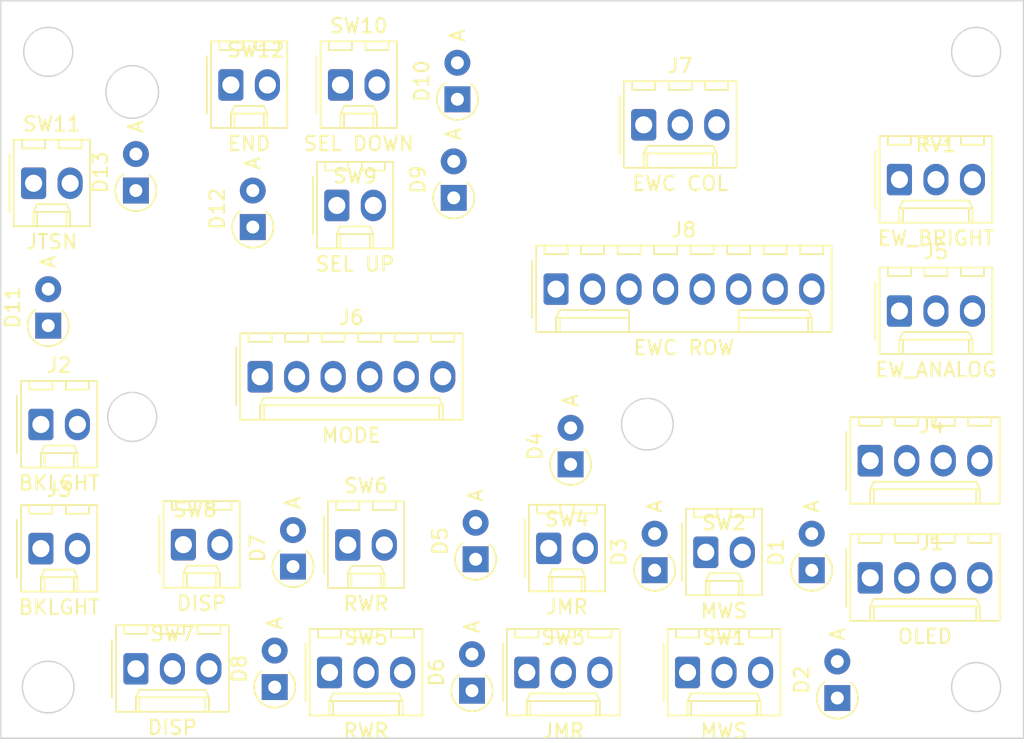
<source format=kicad_pcb>
(kicad_pcb (version 20221018) (generator pcbnew)
  (layers (0 "F.Cu" signal) (31 "B.Cu" signal) (34 "B.Paste" user) (35 "F.Paste" user) (36 "B.SilkS" user "B.Silkscreen") (37 "F.SilkS" user "F.Silkscreen") (38 "B.Mask" user) (39 "F.Mask" user) (44 "Edge.Cuts" user))
  (net 0 "")
  (net 1 "Net-(D1-K)")
  (net 2 "/COL5")
  (net 3 "Net-(D2-K)")
  (net 4 "Net-(D3-K)")
  (net 5 "Net-(D4-K)")
  (net 6 "Net-(D5-K)")
  (net 7 "Net-(D6-K)")
  (net 8 "/COL6")
  (net 9 "Net-(D7-K)")
  (net 10 "Net-(D8-K)")
  (net 11 "Net-(D9-K)")
  (net 12 "Net-(D10-K)")
  (net 13 "Net-(D11-K)")
  (net 14 "/COL7")
  (net 15 "Net-(D12-K)")
  (net 16 "Net-(D13-K)")
  (net 17 "/ANALOG_5V")
  (net 18 "/EW_BRIGHT")
  (net 19 "/ANALOG_GND")
  (net 20 "/ROW0")
  (net 21 "/ROW1")
  (net 22 "/ROW2")
  (net 23 "/ROW3")
  (net 24 "/ROW4")
  (net 25 "/ROW5")
  (net 26 "/ROW6")
  (net 27 "/ROW7")
  (net 28 "Net-(J1-Pin_1)")
  (net 29 "Net-(J1-Pin_2)")
  (net 30 "Net-(J1-Pin_3)")
  (net 31 "Net-(J1-Pin_4)")
  (net 32 "Net-(J2-Pin_1)")
  (net 33 "Net-(J2-Pin_2)")
  (footprint "Connector_Molex:Molex_KK-254_AE-6410-02A_1x02_P2.54mm_Vertical" (layer "F.Cu") (at 98.552 82.824)
    (fp_text reference "J2" (at 1.27 -4.12) (layer "F.SilkS"))
    (fp_text value "BKLGHT" (at 1.27 4.08) (layer "F.SilkS"))
    (pad "1" thru_hole roundrect (at 0 0) (size 1.74 2.19) (drill 1.19) (layers "*.Cu" "*.Mask") (roundrect_rratio 0.143678) (net 32 "Net-(J2-Pin_1)"))
    (pad "2" thru_hole oval (at 2.54 0) (size 1.74 2.19) (drill 1.19) (layers "*.Cu" "*.Mask") (net 33 "Net-(J2-Pin_2)"))
  )
  (footprint "Connector_Molex:Molex_KK-254_AE-6410-03A_1x03_P2.54mm_Vertical" (layer "F.Cu") (at 105.156 99.822)
    (fp_text reference "SW7" (at 2.54 -2.43) (layer "F.SilkS"))
    (fp_text value "DISP" (at 2.54 4.08) (layer "F.SilkS"))
    (pad "1" thru_hole roundrect (at 0 0) (size 1.74 2.19) (drill 1.19) (layers "*.Cu" "*.Mask") (roundrect_rratio 0.143678) (net 25 "/ROW5"))
    (pad "2" thru_hole oval (at 2.54 0) (size 1.74 2.19) (drill 1.19) (layers "*.Cu" "*.Mask") (net 10 "Net-(D8-K)"))
    (pad "3" thru_hole oval (at 5.08 0) (size 1.74 2.19) (drill 1.19) (layers "*.Cu" "*.Mask") (net 26 "/ROW6"))
  )
  (footprint "Diode_THT:D_A-405_P2.54mm_Vertical_AnodeUp" (layer "F.Cu") (at 99.06 75.946 90)
    (fp_text reference "D11" (at 1.27 -2.47 90) (layer "F.SilkS"))
    (fp_text value "D")
    (fp_text user "A" (at 4.44 0 90) (layer "F.SilkS"))
    (pad "1" thru_hole rect (at 0 0 90) (size 1.8 1.8) (drill 0.9) (layers "*.Cu" "*.Mask") (net 13 "Net-(D11-K)"))
    (pad "2" thru_hole oval (at 2.54 0 90) (size 1.8 1.8) (drill 0.9) (layers "*.Cu" "*.Mask") (net 8 "/COL6"))
  )
  (footprint "Connector_Molex:Molex_KK-254_AE-6410-03A_1x03_P2.54mm_Vertical" (layer "F.Cu") (at 158.242 65.786)
    (fp_text reference "RV1" (at 2.54 -2.43) (layer "F.SilkS"))
    (fp_text value "EW_BRIGHT" (at 2.54 4.08) (layer "F.SilkS"))
    (pad "1" thru_hole roundrect (at 0 0) (size 1.74 2.19) (drill 1.19) (layers "*.Cu" "*.Mask") (roundrect_rratio 0.143678) (net 17 "/ANALOG_5V"))
    (pad "2" thru_hole oval (at 2.54 0) (size 1.74 2.19) (drill 1.19) (layers "*.Cu" "*.Mask") (net 18 "/EW_BRIGHT"))
    (pad "3" thru_hole oval (at 5.08 0) (size 1.74 2.19) (drill 1.19) (layers "*.Cu" "*.Mask") (net 19 "/ANALOG_GND"))
  )
  (footprint "Diode_THT:D_A-405_P2.54mm_Vertical_AnodeUp" (layer "F.Cu") (at 116.078 92.71 90)
    (fp_text reference "D7" (at 1.27 -2.47 90) (layer "F.SilkS"))
    (fp_text value "D")
    (fp_text user "A" (at 4.44 0 90) (layer "F.SilkS"))
    (pad "1" thru_hole rect (at 0 0 90) (size 1.8 1.8) (drill 0.9) (layers "*.Cu" "*.Mask") (net 9 "Net-(D7-K)"))
    (pad "2" thru_hole oval (at 2.54 0 90) (size 1.8 1.8) (drill 0.9) (layers "*.Cu" "*.Mask") (net 8 "/COL6"))
  )
  (footprint "Connector_Molex:Molex_KK-254_AE-6410-03A_1x03_P2.54mm_Vertical" (layer "F.Cu") (at 158.242 74.93)
    (fp_text reference "J5" (at 2.54 -4.12) (layer "F.SilkS"))
    (fp_text value "EW_ANALOG" (at 2.54 4.08) (layer "F.SilkS"))
    (pad "1" thru_hole roundrect (at 0 0) (size 1.74 2.19) (drill 1.19) (layers "*.Cu" "*.Mask") (roundrect_rratio 0.143678) (net 17 "/ANALOG_5V"))
    (pad "2" thru_hole oval (at 2.54 0) (size 1.74 2.19) (drill 1.19) (layers "*.Cu" "*.Mask") (net 18 "/EW_BRIGHT"))
    (pad "3" thru_hole oval (at 5.08 0) (size 1.74 2.19) (drill 1.19) (layers "*.Cu" "*.Mask") (net 19 "/ANALOG_GND"))
  )
  (footprint "Connector_Molex:Molex_KK-254_AE-6410-02A_1x02_P2.54mm_Vertical" (layer "F.Cu") (at 119.126 67.584)
    (fp_text reference "SW9" (at 1.27 -2.052) (layer "F.SilkS"))
    (fp_text value "SEL UP" (at 1.27 4.08) (layer "F.SilkS"))
    (pad "1" thru_hole roundrect (at 0 0) (size 1.74 2.19) (drill 1.19) (layers "*.Cu" "*.Mask") (roundrect_rratio 0.143678) (net 11 "Net-(D9-K)"))
    (pad "2" thru_hole oval (at 2.54 0) (size 1.74 2.19) (drill 1.19) (layers "*.Cu" "*.Mask") (net 25 "/ROW5"))
  )
  (footprint "Diode_THT:D_A-405_P2.54mm_Vertical_AnodeUp" (layer "F.Cu") (at 127.254 67.056 90)
    (fp_text reference "D9" (at 1.27 -2.47 90) (layer "F.SilkS"))
    (fp_text value "D")
    (fp_text user "A" (at 4.44 0 90) (layer "F.SilkS"))
    (pad "1" thru_hole rect (at 0 0 90) (size 1.8 1.8) (drill 0.9) (layers "*.Cu" "*.Mask") (net 11 "Net-(D9-K)"))
    (pad "2" thru_hole oval (at 2.54 0 90) (size 1.8 1.8) (drill 0.9) (layers "*.Cu" "*.Mask") (net 14 "/COL7"))
  )
  (footprint "Diode_THT:D_A-405_P2.54mm_Vertical_AnodeUp" (layer "F.Cu") (at 135.382 85.598 90)
    (fp_text reference "D4" (at 1.27 -2.47 90) (layer "F.SilkS"))
    (fp_text value "D")
    (fp_text user "A" (at 4.44 0 90) (layer "F.SilkS"))
    (pad "1" thru_hole rect (at 0 0 90) (size 1.8 1.8) (drill 0.9) (layers "*.Cu" "*.Mask") (net 5 "Net-(D4-K)"))
    (pad "2" thru_hole oval (at 2.54 0 90) (size 1.8 1.8) (drill 0.9) (layers "*.Cu" "*.Mask") (net 8 "/COL6"))
  )
  (footprint "Connector_Molex:Molex_KK-254_AE-6410-04A_1x04_P2.54mm_Vertical" (layer "F.Cu") (at 156.21 93.492)
    (fp_text reference "J1" (at 4.28 -2.43) (layer "F.SilkS"))
    (fp_text value "OLED" (at 3.81 4.08) (layer "F.SilkS"))
    (pad "1" thru_hole roundrect (at 0 0) (size 1.74 2.19) (drill 1.19) (layers "*.Cu" "*.Mask") (roundrect_rratio 0.143678) (net 28 "Net-(J1-Pin_1)"))
    (pad "2" thru_hole oval (at 2.54 0) (size 1.74 2.19) (drill 1.19) (layers "*.Cu" "*.Mask") (net 29 "Net-(J1-Pin_2)"))
    (pad "3" thru_hole oval (at 5.08 0) (size 1.74 2.19) (drill 1.19) (layers "*.Cu" "*.Mask") (net 30 "Net-(J1-Pin_3)"))
    (pad "4" thru_hole oval (at 7.62 0) (size 1.74 2.19) (drill 1.19) (layers "*.Cu" "*.Mask") (net 31 "Net-(J1-Pin_4)"))
  )
  (footprint "Connector_Molex:Molex_KK-254_AE-6410-02A_1x02_P2.54mm_Vertical" (layer "F.Cu") (at 108.458 91.186)
    (fp_text reference "SW8" (at 0.8 -2.43) (layer "F.SilkS"))
    (fp_text value "DISP" (at 1.27 4.08) (layer "F.SilkS"))
    (pad "1" thru_hole roundrect (at 0 0) (size 1.74 2.19) (drill 1.19) (layers "*.Cu" "*.Mask") (roundrect_rratio 0.143678) (net 9 "Net-(D7-K)"))
    (pad "2" thru_hole oval (at 2.54 0) (size 1.74 2.19) (drill 1.19) (layers "*.Cu" "*.Mask") (net 24 "/ROW4"))
  )
  (footprint "Diode_THT:D_A-405_P2.54mm_Vertical_AnodeUp" (layer "F.Cu") (at 128.778 92.202 90)
    (fp_text reference "D5" (at 1.27 -2.47 90) (layer "F.SilkS"))
    (fp_text value "D")
    (fp_text user "A" (at 4.44 0 90) (layer "F.SilkS"))
    (pad "1" thru_hole rect (at 0 0 90) (size 1.8 1.8) (drill 0.9) (layers "*.Cu" "*.Mask") (net 6 "Net-(D5-K)"))
    (pad "2" thru_hole oval (at 2.54 0 90) (size 1.8 1.8) (drill 0.9) (layers "*.Cu" "*.Mask") (net 2 "/COL5"))
  )
  (footprint "Connector_Molex:Molex_KK-254_AE-6410-02A_1x02_P2.54mm_Vertical" (layer "F.Cu") (at 119.38 59.202)
    (fp_text reference "SW10" (at 1.27 -4.12) (layer "F.SilkS"))
    (fp_text value "SEL DOWN" (at 1.27 4.08) (layer "F.SilkS"))
    (pad "1" thru_hole roundrect (at 0 0) (size 1.74 2.19) (drill 1.19) (layers "*.Cu" "*.Mask") (roundrect_rratio 0.143678) (net 12 "Net-(D10-K)"))
    (pad "2" thru_hole oval (at 2.54 0) (size 1.74 2.19) (drill 1.19) (layers "*.Cu" "*.Mask") (net 27 "/ROW7"))
  )
  (footprint "Diode_THT:D_A-405_P2.54mm_Vertical_AnodeUp" (layer "F.Cu") (at 105.156 66.548 90)
    (fp_text reference "D13" (at 1.27 -2.47 90) (layer "F.SilkS"))
    (fp_text value "D")
    (fp_text user "A" (at 4.44 0 90) (layer "F.SilkS"))
    (pad "1" thru_hole rect (at 0 0 90) (size 1.8 1.8) (drill 0.9) (layers "*.Cu" "*.Mask") (net 16 "Net-(D13-K)"))
    (pad "2" thru_hole oval (at 2.54 0 90) (size 1.8 1.8) (drill 0.9) (layers "*.Cu" "*.Mask") (net 14 "/COL7"))
  )
  (footprint "Connector_Molex:Molex_KK-254_AE-6410-06A_1x06_P2.54mm_Vertical" (layer "F.Cu") (at 113.792 79.502)
    (fp_text reference "J6" (at 6.35 -4.12) (layer "F.SilkS"))
    (fp_text value "MODE" (at 6.35 4.08) (layer "F.SilkS"))
    (pad "1" thru_hole roundrect (at 0 0) (size 1.74 2.19) (drill 1.19) (layers "*.Cu" "*.Mask") (roundrect_rratio 0.143678) (net 16 "Net-(D13-K)"))
    (pad "2" thru_hole oval (at 2.54 0) (size 1.74 2.19) (drill 1.19) (layers "*.Cu" "*.Mask") (net 20 "/ROW0"))
    (pad "3" thru_hole oval (at 5.08 0) (size 1.74 2.19) (drill 1.19) (layers "*.Cu" "*.Mask") (net 21 "/ROW1"))
    (pad "4" thru_hole oval (at 7.62 0) (size 1.74 2.19) (drill 1.19) (layers "*.Cu" "*.Mask") (net 22 "/ROW2"))
    (pad "5" thru_hole oval (at 10.16 0) (size 1.74 2.19) (drill 1.19) (layers "*.Cu" "*.Mask") (net 23 "/ROW3"))
    (pad "6" thru_hole oval (at 12.7 0) (size 1.74 2.19) (drill 1.19) (layers "*.Cu" "*.Mask") (net 24 "/ROW4"))
  )
  (footprint "Diode_THT:D_A-405_P2.54mm_Vertical_AnodeUp" (layer "F.Cu") (at 114.808 101.092 90)
    (fp_text reference "D8" (at 1.27 -2.47 90) (layer "F.SilkS"))
    (fp_text value "D")
    (fp_text user "A" (at 4.44 0 90) (layer "F.SilkS"))
    (pad "1" thru_hole rect (at 0 0 90) (size 1.8 1.8) (drill 0.9) (layers "*.Cu" "*.Mask") (net 10 "Net-(D8-K)"))
    (pad "2" thru_hole oval (at 2.54 0 90) (size 1.8 1.8) (drill 0.9) (layers "*.Cu" "*.Mask") (net 8 "/COL6"))
  )
  (footprint "Connector_Molex:Molex_KK-254_AE-6410-02A_1x02_P2.54mm_Vertical" (layer "F.Cu") (at 111.76 59.202)
    (fp_text reference "SW12" (at 1.74 -2.43) (layer "F.SilkS"))
    (fp_text value "END" (at 1.27 4.08) (layer "F.SilkS"))
    (pad "1" thru_hole roundrect (at 0 0) (size 1.74 2.19) (drill 1.19) (layers "*.Cu" "*.Mask") (roundrect_rratio 0.143678) (net 15 "Net-(D12-K)"))
    (pad "2" thru_hole oval (at 2.54 0) (size 1.74 2.19) (drill 1.19) (layers "*.Cu" "*.Mask") (net 26 "/ROW6"))
  )
  (footprint "Connector_Molex:Molex_KK-254_AE-6410-02A_1x02_P2.54mm_Vertical" (layer "F.Cu") (at 98.552 91.46)
    (fp_text reference "J3" (at 1.27 -4.12) (layer "F.SilkS"))
    (fp_text value "BKLGHT" (at 1.27 4.08) (layer "F.SilkS"))
    (pad "1" thru_hole roundrect (at 0 0) (size 1.74 2.19) (drill 1.19) (layers "*.Cu" "*.Mask") (roundrect_rratio 0.143678) (net 32 "Net-(J2-Pin_1)"))
    (pad "2" thru_hole oval (at 2.54 0) (size 1.74 2.19) (drill 1.19) (layers "*.Cu" "*.Mask") (net 33 "Net-(J2-Pin_2)"))
  )
  (footprint "Connector_Molex:Molex_KK-254_AE-6410-03A_1x03_P2.54mm_Vertical" (layer "F.Cu") (at 118.618 100.076)
    (fp_text reference "SW5" (at 2.54 -2.43) (layer "F.SilkS"))
    (fp_text value "RWR" (at 2.54 4.08) (layer "F.SilkS"))
    (pad "1" thru_hole roundrect (at 0 0) (size 1.74 2.19) (drill 1.19) (layers "*.Cu" "*.Mask") (roundrect_rratio 0.143678) (net 22 "/ROW2"))
    (pad "2" thru_hole oval (at 2.54 0) (size 1.74 2.19) (drill 1.19) (layers "*.Cu" "*.Mask") (net 7 "Net-(D6-K)"))
    (pad "3" thru_hole oval (at 5.08 0) (size 1.74 2.19) (drill 1.19) (layers "*.Cu" "*.Mask") (net 23 "/ROW3"))
  )
  (footprint "Connector_Molex:Molex_KK-254_AE-6410-08A_1x08_P2.54mm_Vertical" (layer "F.Cu") (at 134.366 73.406)
    (fp_text reference "J8" (at 8.89 -4.12) (layer "F.SilkS"))
    (fp_text value "EWC ROW" (at 8.89 4.08) (layer "F.SilkS"))
    (pad "1" thru_hole roundrect (at 0 0) (size 1.74 2.19) (drill 1.19) (layers "*.Cu" "*.Mask") (roundrect_rratio 0.143678) (net 20 "/ROW0"))
    (pad "2" thru_hole oval (at 2.54 0) (size 1.74 2.19) (drill 1.19) (layers "*.Cu" "*.Mask") (net 21 "/ROW1"))
    (pad "3" thru_hole oval (at 5.08 0) (size 1.74 2.19) (drill 1.19) (layers "*.Cu" "*.Mask") (net 22 "/ROW2"))
    (pad "4" thru_hole oval (at 7.62 0) (size 1.74 2.19) (drill 1.19) (layers "*.Cu" "*.Mask") (net 23 "/ROW3"))
    (pad "5" thru_hole oval (at 10.16 0) (size 1.74 2.19) (drill 1.19) (layers "*.Cu" "*.Mask") (net 24 "/ROW4"))
    (pad "6" thru_hole oval (at 12.7 0) (size 1.74 2.19) (drill 1.19) (layers "*.Cu" "*.Mask") (net 25 "/ROW5"))
    (pad "7" thru_hole oval (at 15.24 0) (size 1.74 2.19) (drill 1.19) (layers "*.Cu" "*.Mask") (net 26 "/ROW6"))
    (pad "8" thru_hole oval (at 17.78 0) (size 1.74 2.19) (drill 1.19) (layers "*.Cu" "*.Mask") (net 27 "/ROW7"))
  )
  (footprint "Connector_Molex:Molex_KK-254_AE-6410-03A_1x03_P2.54mm_Vertical" (layer "F.Cu") (at 132.334 100.076)
    (fp_text reference "SW3" (at 2.54 -2.43) (layer "F.SilkS"))
    (fp_text value "JMR" (at 2.54 4.08) (layer "F.SilkS"))
    (pad "1" thru_hole roundrect (at 0 0) (size 1.74 2.19) (drill 1.19) (layers "*.Cu" "*.Mask") (roundrect_rratio 0.143678) (net 20 "/ROW0"))
    (pad "2" thru_hole oval (at 2.54 0) (size 1.74 2.19) (drill 1.19) (layers "*.Cu" "*.Mask") (net 5 "Net-(D4-K)"))
    (pad "3" thru_hole oval (at 5.08 0) (size 1.74 2.19) (drill 1.19) (layers "*.Cu" "*.Mask") (net 21 "/ROW1"))
  )
  (footprint "Diode_THT:D_A-405_P2.54mm_Vertical_AnodeUp" (layer "F.Cu") (at 153.924 101.854 90)
    (fp_text reference "D2" (at 1.27 -2.47 90) (layer "F.SilkS"))
    (fp_text value "D")
    (fp_text user "A" (at 4.44 0 90) (layer "F.SilkS"))
    (pad "1" thru_hole rect (at 0 0 90) (size 1.8 1.8) (drill 0.9) (layers "*.Cu" "*.Mask") (net 3 "Net-(D2-K)"))
    (pad "2" thru_hole oval (at 2.54 0 90) (size 1.8 1.8) (drill 0.9) (layers "*.Cu" "*.Mask") (net 2 "/COL5"))
  )
  (footprint "Connector_Molex:Molex_KK-254_AE-6410-03A_1x03_P2.54mm_Vertical" (layer "F.Cu") (at 140.462 61.976)
    (fp_text reference "J7" (at 2.54 -4.12) (layer "F.SilkS"))
    (fp_text value "EWC COL" (at 2.54 4.08) (layer "F.SilkS"))
    (pad "1" thru_hole roundrect (at 0 0) (size 1.74 2.19) (drill 1.19) (layers "*.Cu" "*.Mask") (roundrect_rratio 0.143678) (net 2 "/COL5"))
    (pad "2" thru_hole oval (at 2.54 0) (size 1.74 2.19) (drill 1.19) (layers "*.Cu" "*.Mask") (net 8 "/COL6"))
    (pad "3" thru_hole oval (at 5.08 0) (size 1.74 2.19) (drill 1.19) (layers "*.Cu" "*.Mask") (net 14 "/COL7"))
  )
  (footprint "Diode_THT:D_A-405_P2.54mm_Vertical_AnodeUp" (layer "F.Cu") (at 113.284 69.088 90)
    (fp_text reference "D12" (at 1.27 -2.47 90) (layer "F.SilkS"))
    (fp_text value "D")
    (fp_text user "A" (at 4.44 0 90) (layer "F.SilkS"))
    (pad "1" thru_hole rect (at 0 0 90) (size 1.8 1.8) (drill 0.9) (layers "*.Cu" "*.Mask") (net 15 "Net-(D12-K)"))
    (pad "2" thru_hole oval (at 2.54 0 90) (size 1.8 1.8) (drill 0.9) (layers "*.Cu" "*.Mask") (net 14 "/COL7"))
  )
  (footprint "Connector_Molex:Molex_KK-254_AE-6410-04A_1x04_P2.54mm_Vertical" (layer "F.Cu") (at 156.21 85.344)
    (fp_text reference "J4" (at 4.28 -2.43) (layer "F.SilkS"))
    (fp_text value "OLED")
    (pad "1" thru_hole roundrect (at 0 0) (size 1.74 2.19) (drill 1.19) (layers "*.Cu" "*.Mask") (roundrect_rratio 0.143678) (net 28 "Net-(J1-Pin_1)"))
    (pad "2" thru_hole oval (at 2.54 0) (size 1.74 2.19) (drill 1.19) (layers "*.Cu" "*.Mask") (net 29 "Net-(J1-Pin_2)"))
    (pad "3" thru_hole oval (at 5.08 0) (size 1.74 2.19) (drill 1.19) (layers "*.Cu" "*.Mask") (net 30 "Net-(J1-Pin_3)"))
    (pad "4" thru_hole oval (at 7.62 0) (size 1.74 2.19) (drill 1.19) (layers "*.Cu" "*.Mask") (net 31 "Net-(J1-Pin_4)"))
  )
  (footprint "Connector_Molex:Molex_KK-254_AE-6410-03A_1x03_P2.54mm_Vertical" (layer "F.Cu") (at 143.51 100.076)
    (fp_text reference "SW1" (at 2.54 -2.43) (layer "F.SilkS"))
    (fp_text value "MWS" (at 2.54 4.08) (layer "F.SilkS"))
    (pad "1" thru_hole roundrect (at 0 0) (size 1.74 2.19) (drill 1.19) (layers "*.Cu" "*.Mask") (roundrect_rratio 0.143678) (net 24 "/ROW4"))
    (pad "2" thru_hole oval (at 2.54 0) (size 1.74 2.19) (drill 1.19) (layers "*.Cu" "*.Mask") (net 3 "Net-(D2-K)"))
    (pad "3" thru_hole oval (at 5.08 0) (size 1.74 2.19) (drill 1.19) (layers "*.Cu" "*.Mask") (net 25 "/ROW5"))
  )
  (footprint "Diode_THT:D_A-405_P2.54mm_Vertical_AnodeUp" (layer "F.Cu") (at 152.146 92.964 90)
    (fp_text reference "D1" (at 1.27 -2.47 90) (layer "F.SilkS"))
    (fp_text value "D")
    (fp_text user "A" (at 4.44 0 90) (layer "F.SilkS"))
    (pad "1" thru_hole rect (at 0 0 90) (size 1.8 1.8) (drill 0.9) (layers "*.Cu" "*.Mask") (net 1 "Net-(D1-K)"))
    (pad "2" thru_hole oval (at 2.54 0 90) (size 1.8 1.8) (drill 0.9) (layers "*.Cu" "*.Mask") (net 2 "/COL5"))
  )
  (footprint "Diode_THT:D_A-405_P2.54mm_Vertical_AnodeUp" (layer "F.Cu") (at 127.508 60.198 90)
    (fp_text reference "D10" (at 1.27 -2.47 90) (layer "F.SilkS"))
    (fp_text value "D")
    (fp_text user "A" (at 4.44 0 90) (layer "F.SilkS"))
    (pad "1" thru_hole rect (at 0 0 90) (size 1.8 1.8) (drill 0.9) (layers "*.Cu" "*.Mask") (net 12 "Net-(D10-K)"))
    (pad "2" thru_hole oval (at 2.54 0 90) (size 1.8 1.8) (drill 0.9) (layers "*.Cu" "*.Mask") (net 14 "/COL7"))
  )
  (footprint "Connector_Molex:Molex_KK-254_AE-6410-02A_1x02_P2.54mm_Vertical" (layer "F.Cu") (at 144.78 91.714)
    (fp_text reference "SW2" (at 1.27 -2.052) (layer "F.SilkS"))
    (fp_text value "MWS" (at 1.27 4.08) (layer "F.SilkS"))
    (pad "1" thru_hole roundrect (at 0 0) (size 1.74 2.19) (drill 1.19) (layers "*.Cu" "*.Mask") (roundrect_rratio 0.143678) (net 1 "Net-(D1-K)"))
    (pad "2" thru_hole oval (at 2.54 0) (size 1.74 2.19) (drill 1.19) (layers "*.Cu" "*.Mask") (net 23 "/ROW3"))
  )
  (footprint "Diode_THT:D_A-405_P2.54mm_Vertical_AnodeUp" (layer "F.Cu") (at 141.224 92.964 90)
    (fp_text reference "D3" (at 1.27 -2.47 90) (layer "F.SilkS"))
    (fp_text value "D")
    (fp_text user "A" (at 4.44 0 90) (layer "F.SilkS"))
    (pad "1" thru_hole rect (at 0 0 90) (size 1.8 1.8) (drill 0.9) (layers "*.Cu" "*.Mask") (net 4 "Net-(D3-K)"))
    (pad "2" thru_hole oval (at 2.54 0 90) (size 1.8 1.8) (drill 0.9) (layers "*.Cu" "*.Mask") (net 2 "/COL5"))
  )
  (footprint "Connector_Molex:Molex_KK-254_AE-6410-02A_1x02_P2.54mm_Vertical" (layer "F.Cu") (at 133.858 91.44)
    (fp_text reference "SW4" (at 1.27 -2.032) (layer "F.SilkS"))
    (fp_text value "JMR" (at 1.27 4.08) (layer "F.SilkS"))
    (pad "1" thru_hole roundrect (at 0 0) (size 1.74 2.19) (drill 1.19) (layers "*.Cu" "*.Mask") (roundrect_rratio 0.143678) (net 4 "Net-(D3-K)"))
    (pad "2" thru_hole oval (at 2.54 0) (size 1.74 2.19) (drill 1.19) (layers "*.Cu" "*.Mask") (net 26 "/ROW6"))
  )
  (footprint "Diode_THT:D_A-405_P2.54mm_Vertical_AnodeUp" (layer "F.Cu") (at 128.524 101.346 90)
    (fp_text reference "D6" (at 1.27 -2.47 90) (layer "F.SilkS"))
    (fp_text value "D")
    (fp_text user "A" (at 4.44 0 90) (layer "F.SilkS"))
    (pad "1" thru_hole rect (at 0 0 90) (size 1.8 1.8) (drill 0.9) (layers "*.Cu" "*.Mask") (net 7 "Net-(D6-K)"))
    (pad "2" thru_hole oval (at 2.54 0 90) (size 1.8 1.8) (drill 0.9) (layers "*.Cu" "*.Mask") (net 8 "/COL6"))
  )
  (footprint "Connector_Molex:Molex_KK-254_AE-6410-02A_1x02_P2.54mm_Vertical" (layer "F.Cu") (at 98.044 66.04)
    (fp_text reference "SW11" (at 1.27 -4.12) (layer "F.SilkS"))
    (fp_text value "JTSN" (at 1.27 4.08) (layer "F.SilkS"))
    (pad "1" thru_hole roundrect (at 0 0) (size 1.74 2.19) (drill 1.19) (layers "*.Cu" "*.Mask") (roundrect_rratio 0.143678) (net 13 "Net-(D11-K)"))
    (pad "2" thru_hole oval (at 2.54 0) (size 1.74 2.19) (drill 1.19) (layers "*.Cu" "*.Mask") (net 27 "/ROW7"))
  )
  (footprint "Connector_Molex:Molex_KK-254_AE-6410-02A_1x02_P2.54mm_Vertical" (layer "F.Cu") (at 119.888 91.206)
    (fp_text reference "SW6" (at 1.27 -4.12) (layer "F.SilkS"))
    (fp_text value "RWR" (at 1.27 4.08) (layer "F.SilkS"))
    (pad "1" thru_hole roundrect (at 0 0) (size 1.74 2.19) (drill 1.19) (layers "*.Cu" "*.Mask") (roundrect_rratio 0.143678) (net 6 "Net-(D5-K)"))
    (pad "2" thru_hole oval (at 2.54 0) (size 1.74 2.19) (drill 1.19) (layers "*.Cu" "*.Mask") (net 27 "/ROW7"))
  )
  (gr_rect (start 95.758 53.34) (end 166.878 104.648) (stroke (width 0.1)) (fill none) (layer "Edge.Cuts"))
  (gr_circle (center 163.576 101.092) (end 165.1 101.854) (stroke (width 0.1)) (fill none) (layer "Edge.Cuts"))
  (gr_circle (center 140.716 82.804) (end 141.986 84.074) (stroke (width 0.1)) (fill none) (layer "Edge.Cuts"))
  (gr_circle (center 163.576 56.896) (end 165.1 57.658) (stroke (width 0.1)) (fill none) (layer "Edge.Cuts"))
  (gr_circle (center 104.902 82.296) (end 106.426 83.058) (stroke (width 0.1)) (fill none) (layer "Edge.Cuts"))
  (gr_circle (center 99.06 56.896) (end 100.584 57.658) (stroke (width 0.1)) (fill none) (layer "Edge.Cuts"))
  (gr_circle (center 99.06 101.092) (end 100.838 101.346) (stroke (width 0.1)) (fill none) (layer "Edge.Cuts"))
  (gr_circle (center 104.902 59.69) (end 106.426 60.706) (stroke (width 0.1)) (fill none) (layer "Edge.Cuts"))
)
</source>
